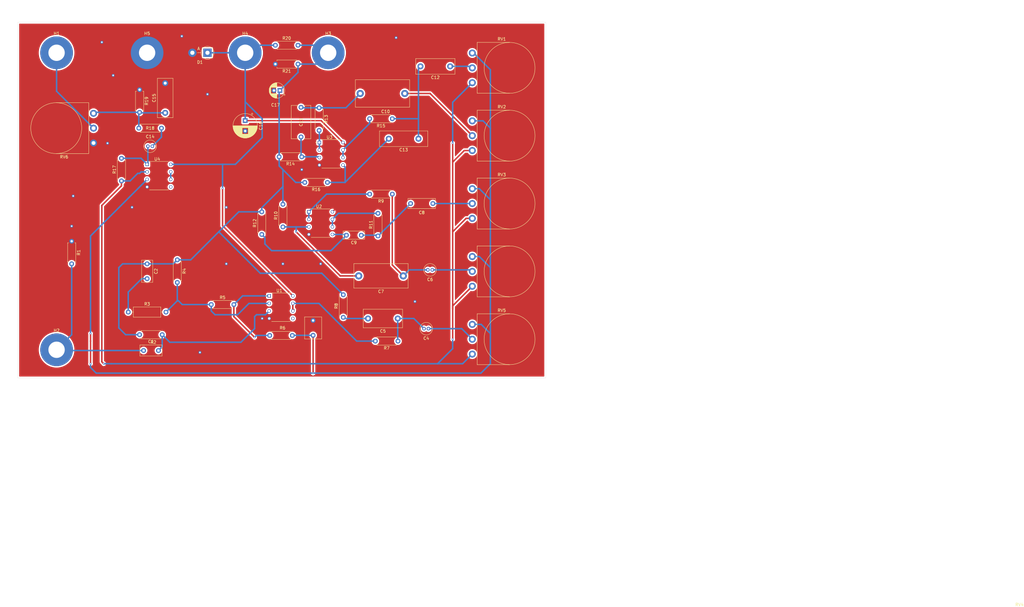
<source format=kicad_pcb>
(kicad_pcb (version 20240108) (generator "pcbnew") (generator_version "8.0")
  (layers (0 "F.Cu" signal) (31 "B.Cu" signal) (34 "B.Paste" user) (35 "F.Paste" user) (36 "B.SilkS" user "B.Silkscreen") (37 "F.SilkS" user "F.Silkscreen") (38 "B.Mask" user) (39 "F.Mask" user) (44 "Edge.Cuts" user))
  (net 0 "")
  (net 1 "/INPUT")
  (net 2 "Net-(U1A-+)")
  (net 3 "Net-(C2-Pad2)")
  (net 4 "+4.5V")
  (net 5 "GND")
  (net 6 "/CUT RAIL")
  (net 7 "Net-(C4-Pad2)")
  (net 8 "Net-(C4-Pad1)")
  (net 9 "Net-(U1B-+)")
  (net 10 "Net-(C6-Pad2)")
  (net 11 "Net-(C6-Pad1)")
  (net 12 "Net-(U2A-+)")
  (net 13 "Net-(C8-Pad1)")
  (net 14 "Net-(C8-Pad2)")
  (net 15 "Net-(U2B-+)")
  (net 16 "Net-(C10-Pad2)")
  (net 17 "Net-(C10-Pad1)")
  (net 18 "Net-(U3A-+)")
  (net 19 "Net-(C12-Pad1)")
  (net 20 "Net-(C12-Pad2)")
  (net 21 "Net-(U3B-+)")
  (net 22 "Net-(C14-Pad1)")
  (net 23 "Net-(C14-Pad2)")
  (net 24 "Net-(C15-Pad1)")
  (net 25 "+9V")
  (net 26 "/OUTPUT")
  (net 27 "Net-(U1A--)")
  (net 28 "Net-(R5-Pad2)")
  (net 29 "Net-(U1B--)")
  (net 30 "Net-(U2A--)")
  (net 31 "Net-(U2B--)")
  (net 32 "Net-(U3A--)")
  (net 33 "Net-(U3B--)")
  (net 34 "/BOOST RAIL")
  (net 36 "Net-(U4B--)")
  (footprint "Resistor_THT:R_Axial_DIN0207_L6.3mm_D2.5mm_P7.62mm_Horizontal" (layer "F.Cu") (at 151.13 52.705 180)
    (property "Reference" "R15" (at 3.81 -2.37 360) (layer "F.SilkS"))
    (property "Value" "510")
    (pad "1" thru_hole circle (at 0 0 180) (size 1.6 1.6) (drill 0.8) (layers "*.Cu" "*.Mask") (net 20 "Net-(C12-Pad2)"))
    (pad "2" thru_hole oval (at 7.62 0 180) (size 1.6 1.6) (drill 0.8) (layers "*.Cu" "*.Mask") (net 33 "Net-(U3B--)"))
  )
  (footprint "Potentiometer_THT:Potentiometer_Omeg_PC16BU_Vertical" (layer "F.Cu") (at 178.06 109.14)
    (property "Reference" "RV4" (at 184.215 107.3 0) (layer "F.SilkS"))
    (property "Value" "250Hz")
    (pad "1" thru_hole circle (at 0 0) (size 2.34 2.34) (drill 1.3) (layers "*.Cu" "*.Mask") (net 34 "/BOOST RAIL"))
    (pad "2" thru_hole circle (at 0 -5) (size 2.34 2.34) (drill 1.3) (layers "*.Cu" "*.Mask") (net 11 "Net-(C6-Pad1)"))
    (pad "3" thru_hole circle (at 0 -10) (size 2.34 2.34) (drill 1.3) (layers "*.Cu" "*.Mask") (net 6 "/CUT RAIL"))
  )
  (footprint "Potentiometer_THT:Potentiometer_Omeg_PC16BU_Vertical" (layer "F.Cu") (at 178.06 132)
    (property "Reference" "RV5" (at 9.915 -14.7 0) (layer "F.SilkS"))
    (property "Value" "100Hz")
    (pad "1" thru_hole circle (at 0 0) (size 2.34 2.34) (drill 1.3) (layers "*.Cu" "*.Mask") (net 34 "/BOOST RAIL"))
    (pad "2" thru_hole circle (at 0 -5) (size 2.34 2.34) (drill 1.3) (layers "*.Cu" "*.Mask") (net 8 "Net-(C4-Pad1)"))
    (pad "3" thru_hole circle (at 0 -10) (size 2.34 2.34) (drill 1.3) (layers "*.Cu" "*.Mask") (net 6 "/CUT RAIL"))
  )
  (footprint "Resistor_THT:R_Axial_DIN0207_L6.3mm_D2.5mm_P7.62mm_Horizontal" (layer "F.Cu") (at 43.18 93.98 -90)
    (property "Reference" "R1" (at 3.81 -2.37 90) (layer "F.SilkS"))
    (property "Value" "2.2M")
    (pad "1" thru_hole circle (at 0 0 270) (size 1.6 1.6) (drill 0.8) (layers "*.Cu" "*.Mask") (net 5 "GND"))
    (pad "2" thru_hole oval (at 7.62 0 270) (size 1.6 1.6) (drill 0.8) (layers "*.Cu" "*.Mask") (net 1 "/INPUT"))
  )
  (footprint "Resistor_THT:R_Axial_DIN0207_L6.3mm_D2.5mm_P7.62mm_Horizontal" (layer "F.Cu") (at 107.188 91.694 90)
    (property "Reference" "R12" (at 3.81 -2.37 90) (layer "F.SilkS"))
    (property "Value" "120K")
    (pad "1" thru_hole circle (at 0 0 90) (size 1.6 1.6) (drill 0.8) (layers "*.Cu" "*.Mask") (net 15 "Net-(U2B-+)"))
    (pad "2" thru_hole oval (at 7.62 0 90) (size 1.6 1.6) (drill 0.8) (layers "*.Cu" "*.Mask") (net 4 "+4.5V"))
  )
  (footprint "Resistor_THT:R_Axial_DIN0207_L6.3mm_D2.5mm_P7.62mm_Horizontal" (layer "F.Cu") (at 73.406 55.88 180)
    (property "Reference" "R18" (at 3.81 0 360) (layer "F.SilkS"))
    (property "Value" "10K")
    (pad "1" thru_hole circle (at 0 0 180) (size 1.6 1.6) (drill 0.8) (layers "*.Cu" "*.Mask") (net 23 "Net-(C14-Pad2)"))
    (pad "2" thru_hole oval (at 7.62 0 180) (size 1.6 1.6) (drill 0.8) (layers "*.Cu" "*.Mask") (net 24 "Net-(C15-Pad1)"))
  )
  (footprint "MountingHole:MountingHole_5.5mm_Pad" (layer "F.Cu") (at 129.54 30.48)
    (property "Reference" "H3" (at 0 -6.5 0) (layer "F.SilkS"))
    (property "Value" "+4.5 Hole")
    (pad "1" thru_hole circle (at 0 0) (size 11 11) (drill 5.5) (layers "*.Cu" "*.Mask") (net 4 "+4.5V"))
  )
  (footprint "Resistor_THT:R_Axial_DIN0207_L6.3mm_D2.5mm_P7.62mm_Horizontal" (layer "F.Cu") (at 134.62 119.634 90)
    (property "Reference" "R8" (at 3.81 -2.37 90) (layer "F.SilkS"))
    (property "Value" "100K")
    (pad "1" thru_hole circle (at 0 0 90) (size 1.6 1.6) (drill 0.8) (layers "*.Cu" "*.Mask") (net 9 "Net-(U1B-+)"))
    (pad "2" thru_hole oval (at 7.62 0 90) (size 1.6 1.6) (drill 0.8) (layers "*.Cu" "*.Mask") (net 4 "+4.5V"))
  )
  (footprint "Resistor_THT:R_Axial_DIN0207_L6.3mm_D2.5mm_P7.62mm_Horizontal" (layer "F.Cu") (at 78.74 100.25 -90)
    (property "Reference" "R4" (at 3.81 -2.37 90) (layer "F.SilkS"))
    (property "Value" "10K")
    (pad "1" thru_hole circle (at 0 0 270) (size 1.6 1.6) (drill 0.8) (layers "*.Cu" "*.Mask") (net 4 "+4.5V"))
    (pad "2" thru_hole oval (at 7.62 0 270) (size 1.6 1.6) (drill 0.8) (layers "*.Cu" "*.Mask") (net 27 "Net-(U1A--)"))
  )
  (footprint "Resistor_THT:R_Axial_DIN0309_L9.0mm_D3.2mm_P12.70mm_Horizontal" (layer "F.Cu") (at 62.23 117.856)
    (property "Reference" "R3" (at 6.35 -2.72 0) (layer "F.SilkS"))
    (property "Value" "1K")
    (pad "1" thru_hole circle (at 0 0) (size 1.6 1.6) (drill 0.8) (layers "*.Cu" "*.Mask") (net 3 "Net-(C2-Pad2)"))
    (pad "2" thru_hole oval (at 12.7 0) (size 1.6 1.6) (drill 0.8) (layers "*.Cu" "*.Mask") (net 27 "Net-(U1A--)"))
  )
  (footprint "Capacitor_THT:C_Rect_L18.0mm_W9.0mm_P15.00mm_FKS3_FKP3" (layer "F.Cu") (at 155.328 44.196 180)
    (property "Reference" "C10" (at 6.484 -6.096 360) (layer "F.SilkS"))
    (property "Value" "33nF")
    (pad "1" thru_hole circle (at 0 0 180) (size 2.4 2.4) (drill 1.2) (layers "*.Cu" "*.Mask") (net 17 "Net-(C10-Pad1)"))
    (pad "2" thru_hole circle (at 15 0 180) (size 2.4 2.4) (drill 1.2) (layers "*.Cu" "*.Mask") (net 16 "Net-(C10-Pad2)"))
  )
  (footprint "Capacitor_THT:CP_Radial_D8.0mm_P3.50mm" (layer "F.Cu") (at 101.6 53.34 -90)
    (property "Reference" "C16" (at 1.75 -5.25 90) (layer "F.SilkS"))
    (property "Value" "100uF")
    (pad "1" thru_hole rect (at 0 0 270) (size 1.6 1.6) (drill 0.8) (layers "*.Cu" "*.Mask") (net 25 "+9V"))
    (pad "2" thru_hole circle (at 3.5 0 270) (size 1.6 1.6) (drill 0.8) (layers "*.Cu" "*.Mask") (net 5 "GND"))
  )
  (footprint "Resistor_THT:R_Axial_DIN0207_L6.3mm_D2.5mm_P7.62mm_Horizontal" (layer "F.Cu") (at 126.492 49.022 -90)
    (property "Reference" "R13" (at 3.81 -2.37 90) (layer "F.SilkS"))
    (property "Value" "820")
    (pad "1" thru_hole circle (at 0 0 270) (size 1.6 1.6) (drill 0.8) (layers "*.Cu" "*.Mask") (net 16 "Net-(C10-Pad2)"))
    (pad "2" thru_hole oval (at 7.62 0 270) (size 1.6 1.6) (drill 0.8) (layers "*.Cu" "*.Mask") (net 32 "Net-(U3A--)"))
  )
  (footprint "Potentiometer_THT:Potentiometer_Omeg_PC16BU_Vertical" (layer "F.Cu") (at 178.06 63.42)
    (property "Reference" "RV2" (at 9.915 -14.7 0) (layer "F.SilkS"))
    (property "Value" "1.6Khz")
    (pad "1" thru_hole circle (at 0 0) (size 2.34 2.34) (drill 1.3) (layers "*.Cu" "*.Mask") (net 34 "/BOOST RAIL"))
    (pad "2" thru_hole circle (at 0 -5) (size 2.34 2.34) (drill 1.3) (layers "*.Cu" "*.Mask") (net 17 "Net-(C10-Pad1)"))
    (pad "3" thru_hole circle (at 0 -10) (size 2.34 2.34) (drill 1.3) (layers "*.Cu" "*.Mask") (net 6 "/CUT RAIL"))
  )
  (footprint "Resistor_THT:R_Axial_DIN0207_L6.3mm_D2.5mm_P7.62mm_Horizontal" (layer "F.Cu") (at 90.17 115.316)
    (property "Reference" "R5" (at 3.81 -2.37 0) (layer "F.SilkS"))
    (property "Value" "10K")
    (pad "1" thru_hole circle (at 0 0) (size 1.6 1.6) (drill 0.8) (layers "*.Cu" "*.Mask") (net 27 "Net-(U1A--)"))
    (pad "2" thru_hole oval (at 7.62 0) (size 1.6 1.6) (drill 0.8) (layers "*.Cu" "*.Mask") (net 28 "Net-(R5-Pad2)"))
  )
  (footprint "Resistor_THT:R_Axial_DIN0207_L6.3mm_D2.5mm_P7.62mm_Horizontal" (layer "F.Cu") (at 153.035 127.635 180)
    (property "Reference" "R7" (at 3.81 -2.37 360) (layer "F.SilkS"))
    (property "Value" "470")
    (pad "1" thru_hole circle (at 0 0 180) (size 1.6 1.6) (drill 0.8) (layers "*.Cu" "*.Mask") (net 7 "Net-(C4-Pad2)"))
    (pad "2" thru_hole oval (at 7.62 0 180) (size 1.6 1.6) (drill 0.8) (layers "*.Cu" "*.Mask") (net 29 "Net-(U1B--)"))
  )
  (footprint "TL072ACP:DIP794W45P254L959H508Q8" (layer "F.Cu") (at 113.665 116.205)
    (property "Reference" "U1" (at -0.565 -5.607 360) (layer "F.SilkS"))
    (property "Value" "TL072")
    (pad "1" thru_hole rect (at -3.97 -3.81) (size 1.13 1.13) (drill 0.78) (layers "*.Cu" "*.Mask") (net 28 "Net-(R5-Pad2)"))
    (pad "2" thru_hole circle (at -3.97 -1.27) (size 1.13 1.13) (drill 0.78) (layers "*.Cu" "*.Mask") (net 27 "Net-(U1A--)"))
    (pad "3" thru_hole circle (at -3.97 1.27) (size 1.13 1.13) (drill 0.78) (layers "*.Cu" "*.Mask") (net 2 "Net-(U1A-+)"))
    (pad "4" thru_hole circle (at -3.97 3.81) (size 1.13 1.13) (drill 0.78) (layers "*.Cu" "*.Mask") (net 5 "GND"))
    (pad "5" thru_hole circle (at 3.97 3.81) (size 1.13 1.13) (drill 0.78) (layers "*.Cu" "*.Mask") (net 9 "Net-(U1B-+)"))
    (pad "6" thru_hole circle (at 3.97 1.27) (size 1.13 1.13) (drill 0.78) (layers "*.Cu" "*.Mask") (net 29 "Net-(U1B--)"))
    (pad "7" thru_hole circle (at 3.97 -1.27) (size 1.13 1.13) (drill 0.78) (layers "*.Cu" "*.Mask") (net 29 "Net-(U1B--)"))
    (pad "8" thru_hole circle (at 3.97 -3.81) (size 1.13 1.13) (drill 0.78) (layers "*.Cu" "*.Mask") (net 25 "+9V"))
  )
  (footprint "Resistor_THT:R_Axial_DIN0207_L6.3mm_D2.5mm_P7.62mm_Horizontal" (layer "F.Cu") (at 109.855 125.73)
    (property "Reference" "R6" (at 4.318 -2.54 180) (layer "F.SilkS"))
    (property "Value" "10K")
    (pad "1" thru_hole circle (at 0 0) (size 1.6 1.6) (drill 0.8) (layers "*.Cu" "*.Mask") (net 28 "Net-(R5-Pad2)"))
    (pad "2" thru_hole oval (at 7.62 0) (size 1.6 1.6) (drill 0.8) (layers "*.Cu" "*.Mask") (net 6 "/CUT RAIL"))
  )
  (footprint "Resistor_THT:R_Axial_DIN0207_L6.3mm_D2.5mm_P7.62mm_Horizontal" (layer "F.Cu") (at 59.944 73.66 90)
    (property "Reference" "R17" (at 3.81 -2.37 90) (layer "F.SilkS"))
    (property "Value" "10K")
    (pad "1" thru_hole circle (at 0 0 90) (size 1.6 1.6) (drill 0.8) (layers "*.Cu" "*.Mask") (net 34 "/BOOST RAIL"))
    (pad "2" thru_hole oval (at 7.62 0 90) (size 1.6 1.6) (drill 0.8) (layers "*.Cu" "*.Mask") (net 22 "Net-(C14-Pad1)"))
  )
  (footprint "Capacitor_THT:C_Rect_L7.2mm_W3.5mm_P5.00mm_FKS2_FKP2_MKS2_MKP2" (layer "F.Cu") (at 68.58 101.6 -90)
    (property "Reference" "C2" (at 2.5 -3 90) (layer "F.SilkS"))
    (property "Value" "0.01uF")
    (pad "1" thru_hole circle (at 0 0 270) (size 1.6 1.6) (drill 0.8) (layers "*.Cu" "*.Mask") (net 4 "+4.5V"))
    (pad "2" thru_hole circle (at 5 0 270) (size 1.6 1.6) (drill 0.8) (layers "*.Cu" "*.Mask") (net 3 "Net-(C2-Pad2)"))
  )
  (footprint "TL072ACP:DIP794W45P254L959H508Q8" (layer "F.Cu") (at 72.55 71.882)
    (property "Reference" "U4" (at -0.565 -5.607 360) (layer "F.SilkS"))
    (property "Value" "TL072")
    (pad "1" thru_hole rect (at -3.97 -3.81) (size 1.13 1.13) (drill 0.78) (layers "*.Cu" "*.Mask") (net 22 "Net-(C14-Pad1)"))
    (pad "2" thru_hole circle (at -3.97 -1.27) (size 1.13 1.13) (drill 0.78) (layers "*.Cu" "*.Mask") (net 34 "/BOOST RAIL"))
    (pad "3" thru_hole circle (at -3.97 1.27) (size 1.13 1.13) (drill 0.78) (layers "*.Cu" "*.Mask") (net 6 "/CUT RAIL"))
    (pad "4" thru_hole circle (at -3.97 3.81) (size 1.13 1.13) (drill 0.78) (layers "*.Cu" "*.Mask") (net 5 "GND"))
    (pad "5" thru_hole circle (at 3.97 3.81) (size 1.13 1.13) (drill 0.78) (layers "*.Cu" "*.Mask"))
    (pad "6" thru_hole circle (at 3.97 1.27) (size 1.13 1.13) (drill 0.78) (layers "*.Cu" "*.Mask") (net 36 "Net-(U4B--)"))
    (pad "7" thru_hole circle (at 3.97 -1.27) (size 1.13 1.13) (drill 0.78) (layers "*.Cu" "*.Mask") (net 36 "Net-(U4B--)"))
    (pad "8" thru_hole circle (at 3.97 -3.81) (size 1.13 1.13) (drill 0.78) (layers "*.Cu" "*.Mask") (net 25 "+9V"))
  )
  (footprint "Capacitor_THT:C_Rect_L9.0mm_W3.2mm_P7.50mm_MKT" (layer "F.Cu") (at 164.786 81.28 180)
    (property "Reference" "C8" (at 3.75 -3.048 360) (layer "F.SilkS"))
    (property "Value" "220nF")
    (pad "1" thru_hole circle (at 0 0 180) (size 1.6 1.6) (drill 0.8) (layers "*.Cu" "*.Mask") (net 13 "Net-(C8-Pad1)"))
    (pad "2" thru_hole circle (at 7.5 0 180) (size 1.6 1.6) (drill 0.8) (layers "*.Cu" "*.Mask") (net 14 "Net-(C8-Pad2)"))
  )
  (footprint "Resistor_THT:R_Axial_DIN0207_L6.3mm_D2.5mm_P7.62mm_Horizontal" (layer "F.Cu") (at 151.13 78.105 180)
    (property "Reference" "R9" (at 3.81 -2.37 360) (layer "F.SilkS"))
    (property "Value" "470")
    (pad "1" thru_hole circle (at 0 0 180) (size 1.6 1.6) (drill 0.8) (layers "*.Cu" "*.Mask") (net 10 "Net-(C6-Pad2)"))
    (pad "2" thru_hole oval (at 7.62 0 180) (size 1.6 1.6) (drill 0.8) (layers "*.Cu" "*.Mask") (net 30 "Net-(U2A--)"))
  )
  (footprint "Resistor_THT:R_Axial_DIN0207_L6.3mm_D2.5mm_P7.62mm_Horizontal" (layer "F.Cu") (at 129.286 74.168 180)
    (property "Reference" "R16" (at 3.81 -2.37 360) (layer "F.SilkS"))
    (property "Value" "100K")
    (pad "1" thru_hole circle (at 0 0 180) (size 1.6 1.6) (drill 0.8) (layers "*.Cu" "*.Mask") (net 21 "Net-(U3B-+)"))
    (pad "2" thru_hole oval (at 7.62 0 180) (size 1.6 1.6) (drill 0.8) (layers "*.Cu" "*.Mask") (net 4 "+4.5V"))
  )
  (footprint "Resistor_THT:R_Axial_DIN0207_L6.3mm_D2.5mm_P7.62mm_Horizontal" (layer "F.Cu") (at 66.04 42.926 -90)
    (property "Reference" "R19" (at 3.81 -2.37 90) (layer "F.SilkS"))
    (property "Value" "10K")
    (pad "1" thru_hole circle (at 0 0 270) (size 1.6 1.6) (drill 0.8) (layers "*.Cu" "*.Mask") (net 5 "GND"))
    (pad "2" thru_hole oval (at 7.62 0 270) (size 1.6 1.6) (drill 0.8) (layers "*.Cu" "*.Mask") (net 24 "Net-(C15-Pad1)"))
  )
  (footprint "Capacitor_THT:C_Radial_D4.0mm_H7.0mm_P1.50mm" (layer "F.Cu") (at 164.592 103.632 180)
    (property "Reference" "C6" (at 0.75 -3.25 360) (layer "F.SilkS"))
    (property "Value" "1uF")
    (pad "1" thru_hole circle (at 0 0 180) (size 1.2 1.2) (drill 0.6) (layers "*.Cu" "*.Mask") (net 11 "Net-(C6-Pad1)"))
    (pad "2" thru_hole circle (at 1.5 0 180) (size 1.2 1.2) (drill 0.6) (layers "*.Cu" "*.Mask") (net 10 "Net-(C6-Pad2)"))
  )
  (footprint "MountingHole:MountingHole_5.5mm_Pad" (layer "F.Cu") (at 38.1 30.48)
    (property "Reference" "H1" (at 0 -6.5 0) (layer "F.SilkS"))
    (property "Value" "Output Hole")
    (pad "1" thru_hole circle (at 0 0) (size 11 11) (drill 5.5) (layers "*.Cu" "*.Mask") (net 26 "/OUTPUT"))
  )
  (footprint "MountingHole:MountingHole_5.5mm_Pad" (layer "F.Cu") (at 38.1 130.556)
    (property "Reference" "H2" (at 0 -6.5 0) (layer "F.SilkS"))
    (property "Value" "Input Hole")
    (pad "1" thru_hole circle (at 0 0) (size 11 11) (drill 5.5) (layers "*.Cu" "*.Mask") (net 1 "/INPUT"))
  )
  (footprint "Capacitor_THT:C_Radial_D4.0mm_H7.0mm_P1.50mm" (layer "F.Cu") (at 68.846 61.976)
    (property "Reference" "C14" (at 0.75 -3.25 360) (layer "F.SilkS"))
    (property "Value" "1uF")
    (pad "1" thru_hole circle (at 0 0) (size 1.2 1.2) (drill 0.6) (layers "*.Cu" "*.Mask") (net 22 "Net-(C14-Pad1)"))
    (pad "2" thru_hole circle (at 1.5 0) (size 1.2 1.2) (drill 0.6) (layers "*.Cu" "*.Mask") (net 23 "Net-(C14-Pad2)"))
  )
  (footprint "Capacitor_THT:C_Rect_L11.0mm_W6.4mm_P10.00mm_MKT" (layer "F.Cu") (at 120.396 48.848 -90)
    (property "Reference" "C11" (at 5 0 90) (layer "F.SilkS"))
    (property "Value" "3.3nF")
    (pad "1" thru_hole circle (at 0 0 270) (size 1.6 1.6) (drill 0.8) (layers "*.Cu" "*.Mask") (net 16 "Net-(C10-Pad2)"))
    (pad "2" thru_hole circle (at 10 0 270) (size 1.6 1.6) (drill 0.8) (layers "*.Cu" "*.Mask") (net 18 "Net-(U3A-+)"))
  )
  (footprint "Capacitor_THT:C_Rect_L13.0mm_W5.0mm_P10.00mm_FKS3_FKP3_MKS4" (layer "F.Cu") (at 74.676 50.72 90)
    (property "Reference" "C15" (at 5 -3.75 90) (layer "F.SilkS"))
    (property "Value" "0.01uF")
    (pad "1" thru_hole circle (at 0 0 90) (size 2 2) (drill 1) (layers "*.Cu" "*.Mask") (net 24 "Net-(C15-Pad1)"))
    (pad "2" thru_hole circle (at 10 0 90) (size 2 2) (drill 1) (layers "*.Cu" "*.Mask") (net 5 "GND"))
  )
  (footprint "Capacitor_THT:C_Rect_L18.0mm_W8.0mm_P15.00mm_FKS3_FKP3" (layer "F.Cu") (at 154.82 105.664 180)
    (property "Reference" "C7" (at 7.5 -5.25 360) (layer "F.SilkS"))
    (property "Value" "6.8nF")
    (pad "1" thru_hole circle (at 0 0 180) (size 2.4 2.4) (drill 1.2) (layers "*.Cu" "*.Mask") (net 10 "Net-(C6-Pad2)"))
    (pad "2" thru_hole circle (at 15 0 180) (size 2.4 2.4) (drill 1.2) (layers "*.Cu" "*.Mask") (net 12 "Net-(U2A-+)"))
  )
  (footprint "TL072ACP:DIP794W45P254L959H508Q8" (layer "F.Cu") (at 130.556 64.516)
    (property "Reference" "U3" (at -0.565 -5.607 0) (layer "F.SilkS"))
    (property "Value" "TL072")
    (pad "1" thru_hole rect (at -3.97 -3.81) (size 1.13 1.13) (drill 0.78) (layers "*.Cu" "*.Mask") (net 32 "Net-(U3A--)"))
    (pad "2" thru_hole circle (at -3.97 -1.27) (size 1.13 1.13) (drill 0.78) (layers "*.Cu" "*.Mask") (net 32 "Net-(U3A--)"))
    (pad "3" thru_hole circle (at -3.97 1.27) (size 1.13 1.13) (drill 0.78) (layers "*.Cu" "*.Mask") (net 18 "Net-(U3A-+)"))
    (pad "4" thru_hole circle (at -3.97 3.81) (size 1.13 1.13) (drill 0.78) (layers "*.Cu" "*.Mask") (net 5 "GND"))
    (pad "5" thru_hole circle (at 3.97 3.81) (size 1.13 1.13) (drill 0.78) (layers "*.Cu" "*.Mask") (net 21 "Net-(U3B-+)"))
    (pad "6" thru_hole circle (at 3.97 1.27) (size 1.13 1.13) (drill 0.78) (layers "*.Cu" "*.Mask") (net 33 "Net-(U3B--)"))
    (pad "7" thru_hole circle (at 3.97 -1.27) (size 1.13 1.13) (drill 0.78) (layers "*.Cu" "*.Mask") (net 33 "Net-(U3B--)"))
    (pad "8" thru_hole circle (at 3.97 -3.81) (size 1.13 1.13) (drill 0.78) (layers "*.Cu" "*.Mask") (net 25 "+9V"))
  )
  (footprint "Potentiometer_THT:Potentiometer_Omeg_PC16BU_Vertical" (layer "F.Cu") (at 178.06 40.56)
    (property "Reference" "RV1" (at 9.915 -14.7 0) (layer "F.SilkS"))
    (property "Value" "5Khz")
    (pad "1" thru_hole circle (at 0 0) (size 2.34 2.34) (drill 1.3) (layers "*.Cu" "*.Mask") (net 34 "/BOOST RAIL"))
    (pad "2" thru_hole circle (at 0 -5) (size 2.34 2.34) (drill 1.3) (layers "*.Cu" "*.Mask") (net 19 "Net-(C12-Pad1)"))
    (pad "3" thru_hole circle (at 0 -10) (size 2.34 2.34) (drill 1.3) (layers "*.Cu" "*.Mask") (net 6 "/CUT RAIL"))
  )
  (footprint "Resistor_THT:R_Axial_DIN0207_L6.3mm_D2.5mm_P7.62mm_Horizontal" (layer "F.Cu") (at 73.66 125.476 180)
    (property "Reference" "R2" (at 2.95 -2.54 360) (layer "F.SilkS"))
    (property "Value" "470K")
    (pad "1" thru_hole circle (at 0 0 180) (size 1.6 1.6) (drill 0.8) (layers "*.Cu" "*.Mask") (net 2 "Net-(U1A-+)"))
    (pad "2" thru_hole oval (at 7.62 0 180) (size 1.6 1.6) (drill 0.8) (layers "*.Cu" "*.Mask") (net 4 "+4.5V"))
  )
  (footprint "Resistor_THT:R_Axial_DIN0207_L6.3mm_D2.5mm_P7.62mm_Horizontal" (layer "F.Cu") (at 120.65 65.532 180)
    (property "Reference" "R14" (at 3.81 -2.37 360) (layer "F.SilkS"))
    (property "Value" "100K")
    (pad "1" thru_hole circle (at 0 0 180) (size 1.6 1.6) (drill 0.8) (layers "*.Cu" "*.Mask") (net 18 "Net-(U3A-+)"))
    (pad "2" thru_hole oval (at 7.62 0 180) (size 1.6 1.6) (drill 0.8) (layers "*.Cu" "*.Mask") (net 4 "+4.5V"))
  )
  (footprint "MountingHole:MountingHole_5.5mm_Pad" (layer "F.Cu") (at 101.6 30.48)
    (property "Reference" "H4" (at 0 -6.5 0) (layer "F.SilkS"))
    (property "Value" "+9V Hole")
    (pad "1" thru_hole circle (at 0 0) (size 11 11) (drill 5.5) (layers "*.Cu" "*.Mask") (net 25 "+9V"))
  )
  (footprint "Resistor_THT:R_Axial_DIN0207_L6.3mm_D2.5mm_P7.62mm_Horizontal" (layer "F.Cu") (at 114.3 89.154 90)
    (property "Reference" "R10" (at 3.81 -2.37 90) (layer "F.SilkS"))
    (property "Value" "120K")
    (pad "1" thru_hole circle (at 0 0 90) (size 1.6 1.6) (drill 0.8) (layers "*.Cu" "*.Mask") (net 12 "Net-(U2A-+)"))
    (pad "2" thru_hole oval (at 7.62 0 90) (size 1.6 1.6) (drill 0.8) (layers "*.Cu" "*.Mask") (net 4 "+4.5V"))
  )
  (footprint "Resistor_THT:R_Axial_DIN0207_L6.3mm_D2.5mm_P7.62mm_Horizontal" (layer "F.Cu") (at 119.38 34.29 180)
    (property "Reference" "R21" (at 3.81 -2.37 360) (layer "F.SilkS"))
    (property "Value" "47K")
    (pad "1" thru_hole circle (at 0 0 180) (size 1.6 1.6) (drill 0.8) (layers "*.Cu" "*.Mask") (net 4 "+4.5V"))
    (pad "2" thru_hole oval (at 7.62 0 180) (size 1.6 1.6) (drill 0.8) (layers "*.Cu" "*.Mask") (net 5 "GND"))
  )
  (footprint "Capacitor_THT:C_Rect_L7.2mm_W3.5mm_P5.00mm_FKS2_FKP2_MKS2_MKP2" (layer "F.Cu") (at 67.39 130.81)
    (property "Reference" "C1" (at 2.5 -3 0) (layer "F.SilkS"))
    (property "Value" "0.01uF")
    (pad "1" thru_hole circle (at 0 0) (size 1.6 1.6) (drill 0.8) (layers "*.Cu" "*.Mask") (net 1 "/INPUT"))
    (pad "2" thru_hole circle (at 5 0) (size 1.6 1.6) (drill 0.8) (layers "*.Cu" "*.Mask") (net 2 "Net-(U1A-+)"))
  )
  (footprint "Potentiometer_THT:Potentiometer_Omeg_PC16BU_Vertical" (layer "F.Cu") (at 50.54 50.88 180)
    (property "Reference" "RV6" (at 9.915 -14.7 360) (layer "F.SilkS"))
    (property "Value" "Volume")
    (pad "1" thru_hole circle (at 0 0 180) (size 2.34 2.34) (drill 1.3) (layers "*.Cu" "*.Mask") (net 24 "Net-(C15-Pad1)"))
    (pad "2" thru_hole circle (at 0 -5 180) (size 2.34 2.34) (drill 1.3) (layers "*.Cu" "*.Mask") (net 26 "/OUTPUT"))
    (pad "3" thru_hole circle (at 0 -10 180) (size 2.34 2.34) (drill 1.3) (layers "*.Cu" "*.Mask") (net 5 "GND"))
  )
  (footprint "TL072ACP:DIP794W45P254L959H508Q8" (layer "F.Cu") (at 127 87.884)
    (property "Reference" "U2" (at -0.565 -5.607 0) (layer "F.SilkS"))
    (property "Value" "TL072")
    (pad "1" thru_hole rect (at -3.97 -3.81) (size 1.13 1.13) (drill 0.78) (layers "*.Cu" "*.Mask") (net 30 "Net-(U2A--)"))
    (pad "2" thru_hole circle (at -3.97 -1.27) (size 1.13 1.13) (drill 0.78) (layers "*.Cu" "*.Mask") (net 30 "Net-(U2A--)"))
    (pad "3" thru_hole circle (at -3.97 1.27) (size 1.13 1.13) (drill 0.78) (layers "*.Cu" "*.Mask") (net 12 "Net-(U2A-+)"))
    (pad "4" thru_hole circle (at -3.97 3.81) (size 1.13 1.13) (drill 0.78) (layers "*.Cu" "*.Mask") (net 5 "GND"))
    (pad "5" thru_hole circle (at 3.97 3.81) (size 1.13 1.13) (drill 0.78) (layers "*.Cu" "*.Mask") (net 15 "Net-(U2B-+)"))
    (pad "6" thru_hole circle (at 3.97 1.27) (size 1.13 1.13) (drill 0.78) (layers "*.Cu" "*.Mask") (net 31 "Net-(U2B--)"))
    (pad "7" thru_hole circle (at 3.97 -1.27) (size 1.13 1.13) (drill 0.78) (layers "*.Cu" "*.Mask") (net 31 "Net-(U2B--)"))
    (pad "8" thru_hole circle (at 3.97 -3.81) (size 1.13 1.13) (drill 0.78) (layers "*.Cu" "*.Mask") (net 25 "+9V"))
  )
  (footprint "Capacitor_THT:C_Rect_L13.0mm_W5.0mm_P10.00mm_FKS3_FKP3_MKS4" (layer "F.Cu") (at 170.608 35.052 180)
    (property "Reference" "C12" (at 5 -3.75 360) (layer "F.SilkS"))
    (property "Value" "22nF")
    (pad "1" thru_hole circle (at 0 0 180) (size 2 2) (drill 1) (layers "*.Cu" "*.Mask") (net 19 "Net-(C12-Pad1)"))
    (pad "2" thru_hole circle (at 10 0 180) (size 2 2) (drill 1) (layers "*.Cu" "*.Mask") (net 20 "Net-(C12-Pad2)"))
  )
  (footprint "MountingHole:MountingHole_5.5mm_Pad" (layer "F.Cu") (at 68.58 30.48)
    (property "Reference" "H5" (at 0 -6.5 0) (layer "F.SilkS"))
    (property "Value" "GND Hole")
    (pad "1" thru_hole circle (at 0 0) (size 11 11) (drill 5.5) (layers "*.Cu" "*.Mask") (net 5 "GND"))
  )
  (footprint "Diode_THT:D_5W_P5.08mm_Vertical_AnodeUp" (layer "F.Cu") (at 88.9 30.48 180)
    (property "Reference" "D1" (at 2.54 -3.174899 360) (layer "F.SilkS"))
    (property "Value" "1N4001")
    (fp_text user "A" (at 2.98 1.4 360) (layer "F.SilkS"))
    (pad "1" thru_hole rect (at 0 0 180) (size 2.8 2.8) (drill 1.4) (layers "*.Cu" "*.Mask") (net 25 "+9V"))
    (pad "2" thru_hole oval (at 5.08 0 180) (size 2.8 2.8) (drill 1.4) (layers "*.Cu" "*.Mask") (net 5 "GND"))
  )
  (footprint "Potentiometer_THT:Potentiometer_Omeg_PC16BU_Vertical" (layer "F.Cu") (at 178.06 86.28)
    (property "Reference" "RV3" (at 9.915 -14.7 0) (layer "F.SilkS"))
    (property "Value" "630Hz")
    (pad "1" thru_hole circle (at 0 0) (size 2.34 2.34) (drill 1.3) (layers "*.Cu" "*.Mask") (net 34 "/BOOST RAIL"))
    (pad "2" thru_hole circle (at 0 -5) (size 2.34 2.34) (drill 1.3) (layers "*.Cu" "*.Mask") (net 13 "Net-(C8-Pad1)"))
    (pad "3" thru_hole circle (at 0 -10) (size 2.34 2.34) (drill 1.3) (layers "*.Cu" "*.Mask") (net 6 "/CUT RAIL"))
  )
  (footprint "Capacitor_THT:C_Rect_L7.2mm_W5.5mm_P5.00mm_FKS2_FKP2_MKS2_MKP2" (layer "F.Cu") (at 124.46 125.69 90)
    (property "Reference" "C3" (hide yes))
    (property "Value" "150pF")
    (pad "1" thru_hole circle (at 0 0 90) (size 1.6 1.6) (drill 0.8) (layers "*.Cu" "*.Mask") (net 6 "/CUT RAIL"))
    (pad "2" thru_hole circle (at 5 0 90) (size 1.6 1.6) (drill 0.8) (layers "*.Cu" "*.Mask") (net 5 "GND"))
  )
  (footprint "Capacitor_THT:C_Rect_L7.0mm_W2.5mm_P5.00mm" (layer "F.Cu") (at 140.676 91.948 180)
    (property "Reference" "C9" (at 2.5 -2.5 360) (layer "F.SilkS"))
    (property "Value" "4.7nF")
    (pad "1" thru_hole circle (at 0 0 180) (size 1.6 1.6) (drill 0.8) (layers "*.Cu" "*.Mask") (net 14 "Net-(C8-Pad2)"))
    (pad "2" thru_hole circle (at 5 0 180) (size 1.6 1.6) (drill 0.8) (layers "*.Cu" "*.Mask") (net 15 "Net-(U2B-+)"))
  )
  (footprint "Capacitor_THT:C_Rect_L13.0mm_W6.0mm_P10.00mm_FKS3_FKP3_MKS4" (layer "F.Cu") (at 152.955 120.015 180)
    (property "Reference" "C5" (at 5 -4.25 360) (layer "F.SilkS"))
    (property "Value" "47nF")
    (pad "1" thru_hole circle (at 0 0 180) (size 2 2) (drill 1) (layers "*.Cu" "*.Mask") (net 7 "Net-(C4-Pad2)"))
    (pad "2" thru_hole circle (at 10 0 180) (size 2 2) (drill 1) (layers "*.Cu" "*.Mask") (net 9 "Net-(U1B-+)"))
  )
  (footprint "Resistor_THT:R_Axial_DIN0207_L6.3mm_D2.5mm_P7.62mm_Horizontal" (layer "F.Cu") (at 111.76 27.94)
    (property "Reference" "R20" (at 3.81 -2.37 360) (layer "F.SilkS"))
    (property "Value" "47K")
    (pad "1" thru_hole circle (at 0 0) (size 1.6 1.6) (drill 0.8) (layers "*.Cu" "*.Mask") (net 25 "+9V"))
    (pad "2" thru_hole oval (at 7.62 0) (size 1.6 1.6) (drill 0.8) (layers "*.Cu" "*.Mask") (net 4 "+4.5V"))
  )
  (footprint "Resistor_THT:R_Axial_DIN0207_L6.3mm_D2.5mm_P7.62mm_Horizontal" (layer "F.Cu") (at 146.304 92.202 90)
    (property "Reference" "R11" (at 3.81 -2.37 90) (layer "F.SilkS"))
    (property "Value" "510")
    (pad "1" thru_hole circle (at 0 0 90) (size 1.6 1.6) (drill 0.8) (layers "*.Cu" "*.Mask") (net 14 "Net-(C8-Pad2)"))
    (pad "2" thru_hole oval (at 7.62 0 90) (size 1.6 1.6) (drill 0.8) (layers "*.Cu" "*.Mask") (net 31 "Net-(U2B--)"))
  )
  (footprint "Capacitor_THT:C_Disc_D16.0mm_W5.0mm_P10.00mm" (layer "F.Cu") (at 159.94 59.436 180)
    (property "Reference" "C13" (at 5 -3.75 360) (layer "F.SilkS"))
    (property "Value" "680pF")
    (pad "1" thru_hole circle (at 0 0 180) (size 2 2) (drill 1) (layers "*.Cu" "*.Mask") (net 20 "Net-(C12-Pad2)"))
    (pad "2" thru_hole circle (at 10 0 180) (size 2 2) (drill 1) (layers "*.Cu" "*.Mask") (net 21 "Net-(U3B-+)"))
  )
  (footprint "Capacitor_THT:CP_Radial_D5.0mm_P2.00mm" (layer "F.Cu") (at 113.284 43.18 180)
    (property "Reference" "C17" (at 1.49 -4.9 360) (layer "F.SilkS"))
    (property "Value" "47uF")
    (pad "1" thru_hole rect (at 0 0 180) (size 1.6 1.6) (drill 0.8) (layers "*.Cu" "*.Mask") (net 4 "+4.5V"))
    (pad "2" thru_hole circle (at 2 0 180) (size 1.6 1.6) (drill 0.8) (layers "*.Cu" "*.Mask") (net 5 "GND"))
  )
  (footprint "Capacitor_THT:C_Radial_D4.0mm_H7.0mm_P1.50mm" (layer "F.Cu") (at 163.31 123.444 180)
    (property "Reference" "C4" (at 0.75 -3.25 360) (layer "F.SilkS"))
    (property "Value" "1uF")
    (pad "1" thru_hole circle (at 0 0 180) (size 1.2 1.2) (drill 0.6) (layers "*.Cu" "*.Mask") (net 8 "Net-(C4-Pad1)"))
    (pad "2" thru_hole circle (at 1.5 0 180) (size 1.2 1.2) (drill 0.6) (layers "*.Cu" "*.Mask") (net 7 "Net-(C4-Pad2)"))
  )
  (gr_rect (start 25 20.18) (end 202.8 140.068) (stroke (width 0.05)) (fill none) (layer "Edge.Cuts"))
  (segment (start 67.39 130.81) (end 38.354 130.81) (width 0.5) (layer "B.Cu") (net 1))
  (segment (start 43.18 101.6) (end 43.18 125.476) (width 0.5) (layer "B.Cu") (net 1))
  (segment (start 43.18 125.476) (end 38.1 130.556) (width 0.5) (layer "B.Cu") (net 1))
  (segment (start 38.354 130.81) (end 38.1 130.556) (width 0.5) (layer "B.Cu") (net 1))
  (segment (start 40.64 133.096) (end 38.1 130.556) (width 0.5) (layer "B.Cu") (net 1))
  (segment (start 104.775 119.38) (end 105.41 118.745) (width 0.5) (layer "B.Cu") (net 2))
  (segment (start 108.425 118.745) (end 109.695 117.475) (width 0.5) (layer "B.Cu") (net 2))
  (segment (start 73.66 125.476) (end 73.66 129.54) (width 0.5) (layer "B.Cu") (net 2))
  (segment (start 73.66 129.54) (end 72.39 130.81) (width 0.5) (layer "B.Cu") (net 2))
  (segment (start 105.41 118.745) (end 108.425 118.745) (width 0.5) (layer "B.Cu") (net 2))
  (segment (start 100.17 128.016) (end 76.2 128.016) (width 0.5) (layer "B.Cu") (net 2))
  (segment (start 104.775 123.411) (end 104.775 119.38) (width 0.5) (layer "B.Cu") (net 2))
  (segment (start 76.2 128.016) (end 73.66 125.476) (width 0.5) (layer "B.Cu") (net 2))
  (segment (start 100.17 128.016) (end 104.775 123.411) (width 0.5) (layer "B.Cu") (net 2))
  (segment (start 68.58 106.6) (end 66.755 106.6) (width 0.5) (layer "B.Cu") (net 3))
  (segment (start 62.23 111.125) (end 62.23 117.856) (width 0.5) (layer "B.Cu") (net 3))
  (segment (start 66.755 106.6) (end 62.23 111.125) (width 0.5) (layer "B.Cu") (net 3))
  (segment (start 125.73 34.29) (end 119.38 34.29) (width 0.5) (layer "B.Cu") (net 4))
  (segment (start 113.03 68.58) (end 114.3 69.85) (width 0.5) (layer "B.Cu") (net 4))
  (segment (start 59.055 123.19) (end 59.055 102.87) (width 0.5) (layer "B.Cu") (net 4))
  (segment (start 107.188 82.677) (end 107.188 84.074) (width 0.5) (layer "B.Cu") (net 4))
  (segment (start 61.341 125.476) (end 59.055 123.19) (width 0.5) (layer "B.Cu") (net 4))
  (segment (start 113.03 68.58) (end 118.618 74.168) (width 0.5) (layer "B.Cu") (net 4))
  (segment (start 66.04 125.476) (end 61.341 125.476) (width 0.5) (layer "B.Cu") (net 4))
  (segment (start 129.54 30.48) (end 125.73 34.29) (width 0.5) (layer "B.Cu") (net 4))
  (segment (start 99.441 84.074) (end 107.188 84.074) (width 0.5) (layer "B.Cu") (net 4))
  (segment (start 114.3 75.565) (end 107.188 82.677) (width 0.5) (layer "B.Cu") (net 4))
  (segment (start 60.325 101.6) (end 68.58 101.6) (width 0.5) (layer "B.Cu") (net 4))
  (segment (start 119.38 27.94) (end 127 27.94) (width 0.5) (layer "B.Cu") (net 4))
  (segment (start 119.38 34.29) (end 119.38 37.084) (width 0.5) (layer "B.Cu") (net 4))
  (segment (start 127.381 104.775) (end 106.68 104.775) (width 0.5) (layer "B.Cu") (net 4))
  (segment (start 92.71 90.805) (end 99.441 84.074) (width 0.5) (layer "B.Cu") (net 4))
  (segment (start 77.39 101.6) (end 78.74 100.25) (width 0.5) (layer "B.Cu") (net 4))
  (segment (start 127 27.94) (end 129.54 30.48) (width 0.5) (layer "B.Cu") (net 4))
  (segment (start 114.3 75.565) (end 114.3 81.534) (width 0.5) (layer "B.Cu") (net 4))
  (segment (start 118.618 74.168) (end 121.666 74.168) (width 0.5) (layer "B.Cu") (net 4))
  (segment (start 113.03 43.688) (end 113.03 65.532) (width 0.5) (layer "B.Cu") (net 4))
  (segment (start 59.055 102.87) (end 60.325 101.6) (width 0.5) (layer "B.Cu") (net 4))
  (segment (start 68.58 101.6) (end 77.39 101.6) (width 0.5) (layer "B.Cu") (net 4))
  (segment (start 134.62 112.014) (end 127.381 104.775) (width 0.5) (layer "B.Cu") (net 4))
  (segment (start 83.265 100.25) (end 92.71 90.805) (width 0.5) (layer "B.Cu") (net 4))
  (segment (start 114.3 69.85) (end 114.3 75.565) (width 0.5) (layer "B.Cu") (net 4))
  (segment (start 113.284 43.18) (end 113.284 43.434) (width 0.5) (layer "B.Cu") (net 4))
  (segment (start 113.03 65.532) (end 113.03 68.58) (width 0.5) (layer "B.Cu") (net 4))
  (segment (start 78.74 100.25) (end 83.265 100.25) (width 0.5) (layer "B.Cu") (net 4))
  (segment (start 119.38 37.084) (end 113.284 43.18) (width 0.5) (layer "B.Cu") (net 4))
  (segment (start 106.68 104.775) (end 92.71 90.805) (width 0.5) (layer "B.Cu") (net 4))
  (segment (start 113.284 43.434) (end 113.03 43.688) (width 0.5) (layer "B.Cu") (net 4))
  (segment (start 66.04 33.02) (end 68.58 30.48) (width 0.5) (layer "F.Cu") (net 5))
  (segment (start 50.245 60.88) (end 50.165 60.96) (width 0.5) (layer "F.Cu") (net 5))
  (segment (start 68.58 34.624) (end 68.58 30.48) (width 0.5) (layer "F.Cu") (net 5))
  (segment (start 50.54 60.88) (end 50.245 60.88) (width 0.5) (layer "F.Cu") (net 5))
  (via (at 80.264 24.892) (size 1) (drill 0.5) (layers "F.Cu" "B.Cu") (net 5))
  (via (at 95.25 101.6) (size 1) (drill 0.5) (layers "F.Cu" "B.Cu") (net 5))
  (via (at 86.36 131.445) (size 1) (drill 0.5) (layers "F.Cu" "B.Cu") (net 5))
  (via (at 120.65 69.85) (size 1) (drill 0.5) (layers "F.Cu" "B.Cu") (net 5))
  (via (at 43.18 88.9) (size 1) (drill 0.5) (layers "F.Cu" "B.Cu") (net 5))
  (via (at 152.4 25.4) (size 1) (drill 0.5) (layers "F.Cu" "B.Cu") (net 5))
  (via (at 88.9 44.45) (size 1) (drill 0.5) (layers "F.Cu" "B.Cu") (net 5))
  (via (at 114.3 101.6) (size 1) (drill 0.5) (layers "F.Cu" "B.Cu") (net 5))
  (via (at 158.75 114.3) (size 1) (drill 0.5) (layers "F.Cu" "B.Cu") (net 5))
  (via (at 55.245 60.96) (size 1) (drill 0.5) (layers "F.Cu" "B.Cu") (net 5))
  (via (at 107.315 120.015) (size 1) (drill 0.5) (layers "F.Cu" "B.Cu") (net 5))
  (via (at 53.34 26.924) (size 1) (drill 0.5) (layers "F.Cu" "B.Cu") (net 5))
  (via (at 43.688 78.74) (size 1) (drill 0.5) (layers "F.Cu" "B.Cu") (net 5))
  (via (at 127 101.6) (size 1) (drill 0.5) (layers "F.Cu" "B.Cu") (net 5))
  (via (at 63.5 82.55) (size 1) (drill 0.5) (layers "F.Cu" "B.Cu") (net 5))
  (via (at 57.15 38.1) (size 1) (drill 0.5) (layers "F.Cu" "B.Cu") (net 5))
  (via (at 95.25 82.55) (size 1) (drill 0.5) (layers "F.Cu" "B.Cu") (net 5))
  (segment (start 124.46 125.69) (end 124.46 138.43) (width 0.5) (layer "F.Cu") (net 6))
  (segment (start 49.53 127.635) (end 49.53 125.095) (width 0.5) (layer "F.Cu") (net 6))
  (segment (start 49.53 135.255) (end 49.53 127.635) (width 0.5) (layer "F.Cu") (net 6))
  (via (at 49.53 125.095) (size 0.6) (drill 0.3) (layers "F.Cu" "B.Cu") (net 6))
  (via (at 49.53 135.255) (size 0.6) (drill 0.3) (layers "F.Cu" "B.Cu") (net 6))
  (via (at 124.46 138.43) (size 0.6) (drill 0.3) (layers "F.Cu" "B.Cu") (net 6))
  (segment (start 124.46 125.69) (end 117.515 125.69) (width 0.5) (layer "B.Cu") (net 6))
  (segment (start 184.15 135.255) (end 182.88 136.525) (width 0.5) (layer "B.Cu") (net 6))
  (segment (start 178.06 122) (end 181.055 122) (width 0.5) (layer "B.Cu") (net 6))
  (segment (start 180.42 99.14) (end 184.15 102.87) (width 0.5) (layer "B.Cu") (net 6))
  (segment (start 184.15 36.195) (end 178.515 30.56) (width 0.5) (layer "B.Cu") (net 6))
  (segment (start 182.88 136.525) (end 180.975 138.43) (width 0.5) (layer "B.Cu") (net 6))
  (segment (start 49.53 92.202) (end 68.58 73.152) (width 0.5) (layer "B.Cu") (net 6))
  (segment (start 49.53 125.095) (end 49.53 92.202) (width 0.5) (layer "B.Cu") (net 6))
  (segment (start 178.06 76.28) (end 180.42 76.28) (width 0.5) (layer "B.Cu") (net 6))
  (segment (start 178.06 99.14) (end 180.42 99.14) (width 0.5) (layer "B.Cu") (net 6))
  (segment (start 184.15 102.87) (end 184.15 80.01) (width 0.5) (layer "B.Cu") (net 6))
  (segment (start 51.435 138.43) (end 50.165 137.16) (width 0.5) (layer "B.Cu") (net 6))
  (segment (start 124.46 138.43) (end 51.435 138.43) (width 0.5) (layer "B.Cu") (net 6))
  (segment (start 178.06 53.42) (end 181.69 53.42) (width 0.5) (layer "B.Cu") (net 6))
  (segment (start 184.15 125.095) (end 184.15 135.255) (width 0.5) (layer "B.Cu") (net 6))
  (segment (start 180.975 138.43) (end 173.99 138.43) (width 0.5) (layer "B.Cu") (net 6))
  (segment (start 184.15 125.095) (end 184.15 102.87) (width 0.5) (layer "B.Cu") (net 6))
  (segment (start 181.69 53.42) (end 184.15 55.88) (width 0.5) (layer "B.Cu") (net 6))
  (segment (start 117.515 125.69) (end 117.475 125.73) (width 0.5) (layer "B.Cu") (net 6))
  (segment (start 184.15 55.88) (end 184.15 36.195) (width 0.5) (layer "B.Cu") (net 6))
  (segment (start 173.99 138.43) (end 124.46 138.43) (width 0.5) (layer "B.Cu") (net 6))
  (segment (start 181.055 122) (end 184.15 125.095) (width 0.5) (layer "B.Cu") (net 6))
  (segment (start 178.515 30.56) (end 178.06 30.56) (width 0.5) (layer "B.Cu") (net 6))
  (segment (start 49.53 136.525) (end 49.53 135.255) (width 0.5) (layer "B.Cu") (net 6))
  (segment (start 50.165 137.16) (end 49.53 136.525) (width 0.5) (layer "B.Cu") (net 6))
  (segment (start 184.15 80.01) (end 184.15 55.88) (width 0.5) (layer "B.Cu") (net 6))
  (segment (start 180.42 76.28) (end 184.15 80.01) (width 0.5) (layer "B.Cu") (net 6))
  (segment (start 152.955 127.555) (end 153.035 127.635) (width 0.5) (layer "B.Cu") (net 7))
  (segment (start 152.955 120.015) (end 158.381 120.015) (width 0.5) (layer "B.Cu") (net 7))
  (segment (start 152.955 120.015) (end 152.955 127.555) (width 0.5) (layer "B.Cu") (net 7))
  (segment (start 158.381 120.015) (end 161.81 123.444) (width 0.5) (layer "B.Cu") (net 7))
  (segment (start 163.31 123.444) (end 174.504 123.444) (width 0.5) (layer "B.Cu") (net 8))
  (segment (start 174.504 123.444) (end 178.06 127) (width 0.5) (layer "B.Cu") (net 8))
  (segment (start 135.001 120.015) (end 134.62 119.634) (width 0.5) (layer "B.Cu") (net 9))
  (segment (start 142.955 120.015) (end 135.001 120.015) (width 0.5) (layer "B.Cu") (net 9))
  (segment (start 151.13 101.974) (end 154.82 105.664) (width 0.5) (layer "F.Cu") (net 10))
  (segment (start 151.13 78.105) (end 151.13 101.974) (width 0.5) (layer "F.Cu") (net 10))
  (segment (start 156.852 103.632) (end 154.82 105.664) (width 0.5) (layer "B.Cu") (net 10))
  (segment (start 163.092 103.632) (end 156.852 103.632) (width 0.5) (layer "B.Cu") (net 10))
  (segment (start 164.592 103.632) (end 177.552 103.632) (width 0.5) (layer "B.Cu") (net 11))
  (segment (start 177.552 103.632) (end 178.06 104.14) (width 0.5) (layer "B.Cu") (net 11))
  (segment (start 118.745 90.805) (end 133.604 105.664) (width 0.5) (layer "F.Cu") (net 12))
  (segment (start 133.604 105.664) (end 139.82 105.664) (width 0.5) (layer "F.Cu") (net 12))
  (via (at 118.745 90.805) (size 0.6) (drill 0.3) (layers "F.Cu" "B.Cu") (net 12))
  (segment (start 114.3 89.154) (end 118.745 89.154) (width 0.5) (layer "B.Cu") (net 12))
  (segment (start 118.745 89.154) (end 123.03 89.154) (width 0.5) (layer "B.Cu") (net 12))
  (segment (start 118.745 89.154) (end 118.745 90.805) (width 0.5) (layer "B.Cu") (net 12))
  (segment (start 164.786 81.28) (end 178.06 81.28) (width 0.5) (layer "B.Cu") (net 13))
  (segment (start 146.364 92.202) (end 146.304 92.202) (width 0.5) (layer "B.Cu") (net 14))
  (segment (start 157.286 81.28) (end 146.364 92.202) (width 0.5) (layer "B.Cu") (net 14))
  (segment (start 146.05 91.948) (end 146.304 92.202) (width 0.5) (layer "B.Cu") (net 14))
  (segment (start 140.676 91.948) (end 146.05 91.948) (width 0.5) (layer "B.Cu") (net 14))
  (segment (start 130.97 91.694) (end 135.422 91.694) (width 0.5) (layer "B.Cu") (net 15))
  (segment (start 107.188 91.694) (end 108.241999 92.747999) (width 0.5) (layer "B.Cu") (net 15))
  (segment (start 135.422 91.694) (end 135.676 91.948) (width 0.5) (layer "B.Cu") (net 15))
  (segment (start 130.469 97.155) (end 135.676 91.948) (width 0.5) (layer "B.Cu") (net 15))
  (segment (start 110.49 97.155) (end 130.469 97.155) (width 0.5) (layer "B.Cu") (net 15))
  (segment (start 108.241999 92.747999) (end 108.241999 94.906999) (width 0.5) (layer "B.Cu") (net 15))
  (segment (start 108.241999 94.906999) (end 110.49 97.155) (width 0.5) (layer "B.Cu") (net 15))
  (segment (start 126.492 49.022) (end 120.57 49.022) (width 0.5) (layer "B.Cu") (net 16))
  (segment (start 120.57 49.022) (end 120.396 48.848) (width 0.5) (layer "B.Cu") (net 16))
  (segment (start 126.492 49.022) (end 135.502 49.022) (width 0.5) (layer "B.Cu") (net 16))
  (segment (start 135.502 49.022) (end 140.328 44.196) (width 0.5) (layer "B.Cu") (net 16))
  (segment (start 163.836 44.196) (end 178.06 58.42) (width 0.5) (layer "F.Cu") (net 17))
  (segment (start 155.328 44.196) (end 163.836 44.196) (width 0.5) (layer "F.Cu") (net 17))
  (segment (start 120.65 65.532) (end 126.332 65.532) (width 0.5) (layer "B.Cu") (net 18))
  (segment (start 120.396 58.848) (end 120.396 65.278) (width 0.5) (layer "B.Cu") (net 18))
  (segment (start 120.396 65.278) (end 120.65 65.532) (width 0.5) (layer "B.Cu") (net 18))
  (segment (start 126.332 65.532) (end 126.586 65.786) (width 0.5) (layer "B.Cu") (net 18))
  (segment (start 177.552 35.052) (end 178.06 35.56) (width 0.5) (layer "B.Cu") (net 19))
  (segment (start 170.608 35.052) (end 177.552 35.052) (width 0.5) (layer "B.Cu") (net 19))
  (segment (start 159.94 52.705) (end 159.94 35.72) (width 0.5) (layer "B.Cu") (net 20))
  (segment (start 159.94 35.72) (end 160.608 35.052) (width 0.5) (layer "B.Cu") (net 20))
  (segment (start 151.13 52.705) (end 159.94 52.705) (width 0.5) (layer "B.Cu") (net 20))
  (segment (start 159.94 59.436) (end 159.94 52.705) (width 0.5) (layer "B.Cu") (net 20))
  (segment (start 135.255 74.121) (end 149.94 59.436) (width 0.5) (layer "B.Cu") (net 21))
  (segment (start 135.208 74.168) (end 135.255 74.121) (width 0.5) (layer "B.Cu") (net 21))
  (segment (start 134.526 68.326) (end 135.255 69.055) (width 0.5) (layer "B.Cu") (net 21))
  (segment (start 129.286 74.168) (end 135.208 74.168) (width 0.5) (layer "B.Cu") (net 21))
  (segment (start 135.255 69.055) (end 135.255 74.121) (width 0.5) (layer "B.Cu") (net 21))
  (segment (start 59.944 66.04) (end 66.548 66.04) (width 0.5) (layer "B.Cu") (net 22))
  (segment (start 66.548 66.04) (end 68.58 68.072) (width 0.5) (layer "B.Cu") (net 22))
  (segment (start 68.846 61.976) (end 68.846 67.806) (width 0.5) (layer "B.Cu") (net 22))
  (segment (start 68.846 67.806) (end 68.58 68.072) (width 0.5) (layer "B.Cu") (net 22))
  (segment (start 73.406 55.88) (end 73.406 58.916) (width 0.5) (layer "B.Cu") (net 23))
  (segment (start 73.406 58.916) (end 70.346 61.976) (width 0.5) (layer "B.Cu") (net 23))
  (segment (start 74.676 50.72) (end 66.214 50.72) (width 0.5) (layer "B.Cu") (net 24))
  (segment (start 65.786 55.88) (end 65.786 50.8) (width 0.5) (layer "B.Cu") (net 24))
  (segment (start 66.04 50.546) (end 50.874 50.546) (width 0.5) (layer "B.Cu") (net 24))
  (segment (start 65.786 50.8) (end 66.04 50.546) (width 0.5) (layer "B.Cu") (net 24))
  (segment (start 50.874 50.546) (end 50.54 50.88) (width 0.5) (layer "B.Cu") (net 24))
  (segment (start 66.214 50.72) (end 66.04 50.546) (width 0.5) (layer "B.Cu") (net 24))
  (segment (start 134.526 60.706) (end 127.16 53.34) (width 0.5) (layer "F.Cu") (net 25))
  (segment (start 93.98 88.74) (end 93.98 76.2) (width 0.5) (layer "F.Cu") (net 25))
  (segment (start 117.635 112.395) (end 93.98 88.74) (width 0.5) (layer "F.Cu") (net 25))
  (segment (start 134.112 80.932) (end 134.112 80.772) (width 0.5) (layer "F.Cu") (net 25))
  (segment (start 127.16 53.34) (end 101.6 53.34) (width 0.5) (layer "F.Cu") (net 25))
  (segment (start 137.668 80.772) (end 137.668 63.848) (width 0.5) (layer "F.Cu") (net 25))
  (segment (start 134.112 80.772) (end 137.668 80.772) (width 0.5) (layer "F.Cu") (net 25))
  (segment (start 130.97 84.074) (end 134.112 80.932) (width 0.5) (layer "F.Cu") (net 25))
  (segment (start 137.668 63.848) (end 134.526 60.706) (width 0.5) (layer "F.Cu") (net 25))
  (via (at 93.98 76.2) (size 0.6) (drill 0.3) (layers "F.Cu" "B.Cu") (net 25))
  (segment (start 101.6 30.48) (end 101.6 46.99) (width 0.5) (layer "B.Cu") (net 25))
  (segment (start 104.14 27.94) (end 101.6 30.48) (width 0.5) (layer "B.Cu") (net 25))
  (segment (start 101.6 46.99) (end 101.6 53.34) (width 0.5) (layer "B.Cu") (net 25))
  (segment (start 98.298 68.072) (end 107.315 59.055) (width 0.5) (layer "B.Cu") (net 25))
  (segment (start 107.315 52.705) (end 101.6 46.99) (width 0.5) (layer "B.Cu") (net 25))
  (segment (start 107.315 59.055) (end 107.315 52.705) (width 0.5) (layer "B.Cu") (net 25))
  (segment (start 93.98 68.072) (end 98.298 68.072) (width 0.5) (layer "B.Cu") (net 25))
  (segment (start 111.76 27.94) (end 104.14 27.94) (width 0.5) (layer "B.Cu") (net 25))
  (segment (start 93.98 76.2) (end 93.98 68.072) (width 0.5) (layer "B.Cu") (net 25))
  (segment (start 88.9 30.48) (end 101.6 30.48) (width 0.5) (layer "B.Cu") (net 25))
  (segment (start 76.52 68.072) (end 93.98 68.072) (width 0.5) (layer "B.Cu") (net 25))
  (segment (start 50.54 55.88) (end 38.1 43.44) (width 0.5) (layer "B.Cu") (net 26))
  (segment (start 38.1 43.44) (end 38.1 30.48) (width 0.5) (layer "B.Cu") (net 26))
  (segment (start 78.74 114.046) (end 79.121 114.046) (width 0.5) (layer "B.Cu") (net 27))
  (segment (start 78.74 114.046) (end 74.93 117.856) (width 0.5) (layer "B.Cu") (net 27))
  (segment (start 79.121 114.046) (end 80.391 115.316) (width 0.5) (layer "B.Cu") (net 27))
  (segment (start 80.391 115.316) (end 90.17 115.316) (width 0.5) (layer "B.Cu") (net 27))
  (segment (start 90.17 117.475) (end 90.17 115.316) (width 0.5) (layer "B.Cu") (net 27))
  (segment (start 99.06 118.745) (end 91.44 118.745) (width 0.5) (layer "B.Cu") (net 27))
  (segment (start 78.74 107.87) (end 78.74 114.046) (width 0.5) (layer "B.Cu") (net 27))
  (segment (start 109.695 114.935) (end 102.87 114.935) (width 0.5) (layer "B.Cu") (net 27))
  (segment (start 102.87 114.935) (end 99.06 118.745) (width 0.5) (layer "B.Cu") (net 27))
  (segment (start 91.44 118.745) (end 90.17 117.475) (width 0.5) (layer "B.Cu") (net 27))
  (segment (start 104.775 126.365) (end 97.79 119.38) (width 0.5) (layer "F.Cu") (net 28))
  (segment (start 97.79 119.38) (end 97.79 115.316) (width 0.5) (layer "F.Cu") (net 28))
  (via (at 104.775 126.365) (size 0.6) (drill 0.3) (layers "F.Cu" "B.Cu") (net 28))
  (segment (start 105.41 125.73) (end 104.775 126.365) (width 0.5) (layer "B.Cu") (net 28))
  (segment (start 97.79 115.316) (end 97.79 115.57) (width 0.5) (layer "B.Cu") (net 28))
  (segment (start 100.711 112.395) (end 97.79 115.316) (width 0.5) (layer "B.Cu") (net 28))
  (segment (start 109.695 112.395) (end 100.711 112.395) (width 0.5) (layer "B.Cu") (net 28))
  (segment (start 109.855 125.73) (end 105.41 125.73) (width 0.5) (layer "B.Cu") (net 28))
  (segment (start 118.016 117.094) (end 117.635 117.475) (width 0.5) (layer "F.Cu") (net 29))
  (segment (start 117.635 117.475) (end 117.635 114.935) (width 0.5) (layer "F.Cu") (net 29))
  (segment (start 145.415 127.635) (end 139.138503 127.635) (width 0.5) (layer "B.Cu") (net 29))
  (segment (start 126.438503 114.935) (end 117.635 114.935) (width 0.5) (layer "B.Cu") (net 29))
  (segment (start 139.138503 127.635) (end 126.438503 114.935) (width 0.5) (layer "B.Cu") (net 29))
  (segment (start 128.999 78.105) (end 123.03 84.074) (width 0.5) (layer "B.Cu") (net 30))
  (segment (start 123.03 84.074) (end 123.03 86.614) (width 0.5) (layer "B.Cu") (net 30))
  (segment (start 143.51 78.105) (end 128.999 78.105) (width 0.5) (layer "B.Cu") (net 30))
  (segment (start 146.304 84.582) (end 133.002 84.582) (width 0.5) (layer "B.Cu") (net 31))
  (segment (start 133.002 84.582) (end 130.97 86.614) (width 0.5) (layer "B.Cu") (net 31))
  (segment (start 130.97 86.614) (end 130.97 89.154) (width 0.5) (layer "B.Cu") (net 31))
  (segment (start 126.586 56.736) (end 126.492 56.642) (width 0.5) (layer "B.Cu") (net 32))
  (segment (start 126.586 60.706) (end 126.586 56.736) (width 0.5) (layer "B.Cu") (net 32))
  (segment (start 126.586 60.706) (end 126.586 63.246) (width 0.5) (layer "B.Cu") (net 32))
  (segment (start 134.526 65.786) (end 134.526 65.946) (width 0.5) (layer "B.Cu") (net 33))
  (segment (start 134.526 65.946) (end 134.526 63.246) (width 0.5) (layer "B.Cu") (net 33))
  (segment (start 143.51 52.705) (end 143.51 54.262) (width 0.5) (layer "B.Cu") (net 33))
  (segment (start 143.51 54.262) (end 134.526 63.246) (width 0.5) (layer "B.Cu") (net 33))
  (segment (start 134.526 65.946) (end 134.62 66.04) (width 0.5) (layer "B.Cu") (net 33))
  (segment (start 178.06 109.14) (end 171.45 115.75) (width 0.5) (layer "F.Cu") (net 34))
  (segment (start 53.975 135.255) (end 53.34 134.62) (width 0.5) (layer "F.Cu") (net 34))
  (segment (start 53.34 134.62) (end 53.34 81.915) (width 0.5) (layer "F.Cu") (net 34))
  (segment (start 175.975 86.28) (end 171.45 90.805) (width 0.5) (layer "F.Cu") (net 34))
  (segment (start 171.45 90.805) (end 171.45 67.321026) (width 0.5) (layer "F.Cu") (net 34))
  (segment (start 178.06 86.28) (end 175.975 86.28) (width 0.5) (layer "F.Cu") (net 34))
  (segment (start 53.34 81.915) (end 59.944 75.311) (width 0.5) (layer "F.Cu") (net 34))
  (segment (start 59.944 75.311) (end 59.944 73.66) (width 0.5) (layer "F.Cu") (net 34))
  (segment (start 171.45 115.75) (end 171.45 116.84) (width 0.5) (layer "F.Cu") (net 34))
  (segment (start 171.45 67.321026) (end 175.351026 63.42) (width 0.5) (layer "F.Cu") (net 34))
  (segment (start 171.45 67.321026) (end 171.45 60.96) (width 0.5) (layer "F.Cu") (net 34))
  (segment (start 175.351026 63.42) (end 178.06 63.42) (width 0.5) (layer "F.Cu") (net 34))
  (segment (start 171.45 127) (end 171.45 116.84) (width 0.5) (layer "F.Cu") (net 34))
  (segment (start 171.45 116.84) (end 171.45 90.805) (width 0.5) (layer "F.Cu") (net 34))
  (via (at 171.45 127) (size 0.6) (drill 0.3) (layers "F.Cu" "B.Cu") (net 34))
  (via (at 171.45 60.96) (size 0.6) (drill 0.3) (layers "F.Cu" "B.Cu") (net 34))
  (via (at 53.975 135.255) (size 0.6) (drill 0.3) (layers "F.Cu" "B.Cu") (net 34))
  (segment (start 171.45 128.27) (end 171.45 127) (width 0.5) (layer "B.Cu") (net 34))
  (segment (start 171.45 60.96) (end 171.45 47.17) (width 0.5) (layer "B.Cu") (net 34))
  (segment (start 65.405 71.12) (end 66.04 71.12) (width 0.5) (layer "B.Cu") (net 34))
  (segment (start 59.944 73.66) (end 62.865 73.66) (width 0.5) (layer "B.Cu") (net 34))
  (segment (start 174.805 135.255) (end 166.37 135.255) (width 0.5) (layer "B.Cu") (net 34))
  (segment (start 166.37 135.255) (end 171.45 130.175) (width 0.5) (layer "B.Cu") (net 34))
  (segment (start 62.865 73.66) (end 65.405 71.12) (width 0.5) (layer "B.Cu") (net 34))
  (segment (start 171.45 47.17) (end 178.06 40.56) (width 0.5) (layer "B.Cu") (net 34))
  (segment (start 166.37 135.255) (end 56.515 135.255) (width 0.5) (layer "B.Cu") (net 34))
  (segment (start 171.45 130.175) (end 171.45 128.27) (width 0.5) (layer "B.Cu") (net 34))
  (segment (start 54.61 135.255) (end 53.975 135.255) (width 0.5) (layer "B.Cu") (net 34))
  (segment (start 56.515 135.255) (end 54.61 135.255) (width 0.5) (layer "B.Cu") (net 34))
  (segment (start 66.04 71.12) (end 66.548 70.612) (width 0.5) (layer "B.Cu") (net 34))
  (segment (start 178.06 132) (end 174.805 135.255) (width 0.5) (layer "B.Cu") (net 34))
  (segment (start 66.548 70.612) (end 68.58 70.612) (width 0.5) (layer "B.Cu") (net 34))
  (segment (start 76.52 73.152) (end 76.52 70.612) (width 0.5) (layer "B.Cu") (net 36))
  (zone (net 5) (net_name "GND") (layer "F.Cu") (connect_pads yes (clearance 0.5)) (min_thickness 0.25) (fill yes (thermal_gap 0.5) (thermal_bridge_width 0.5) (island_removal_mode 1) (island_area_min 10))
    (polygon (pts (xy 19.05 12.7) (xy 215.9 12.7) (xy 215.9 146.05) (xy 19.05 146.05)))
  )
)
</source>
